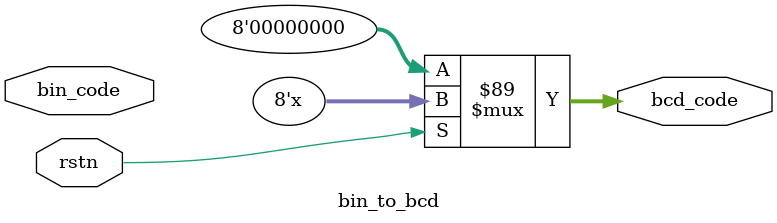
<source format=v>
module bin_to_bcd
(
input                 rstn    ,   
input       [4:0]     bin_code,  //需要进行BCD转码的二进制数据
output reg  [7:0]     bcd_code   //转码后的BCD码型数据输出
);
reg   [12:0]  shift_reg; 
always@(bin_code or rstn)begin
	shift_reg = {8'h0,bin_code};
	if(!rstn) bcd_code = 0; 
	else begin 
		repeat(5) begin //循环16次  
			//BCD码各位数据作满5加3操作，
			if (shift_reg[8:5] >= 5) shift_reg[8:5] = shift_reg[8:5] + 2'b11;
			if (shift_reg[12:9] >= 5) shift_reg[12:9] = shift_reg[12:9] + 2'b11;
			shift_reg = shift_reg << 1; 
		end
		bcd_code = shift_reg[35:16];   
	end  
end

endmodule

</source>
